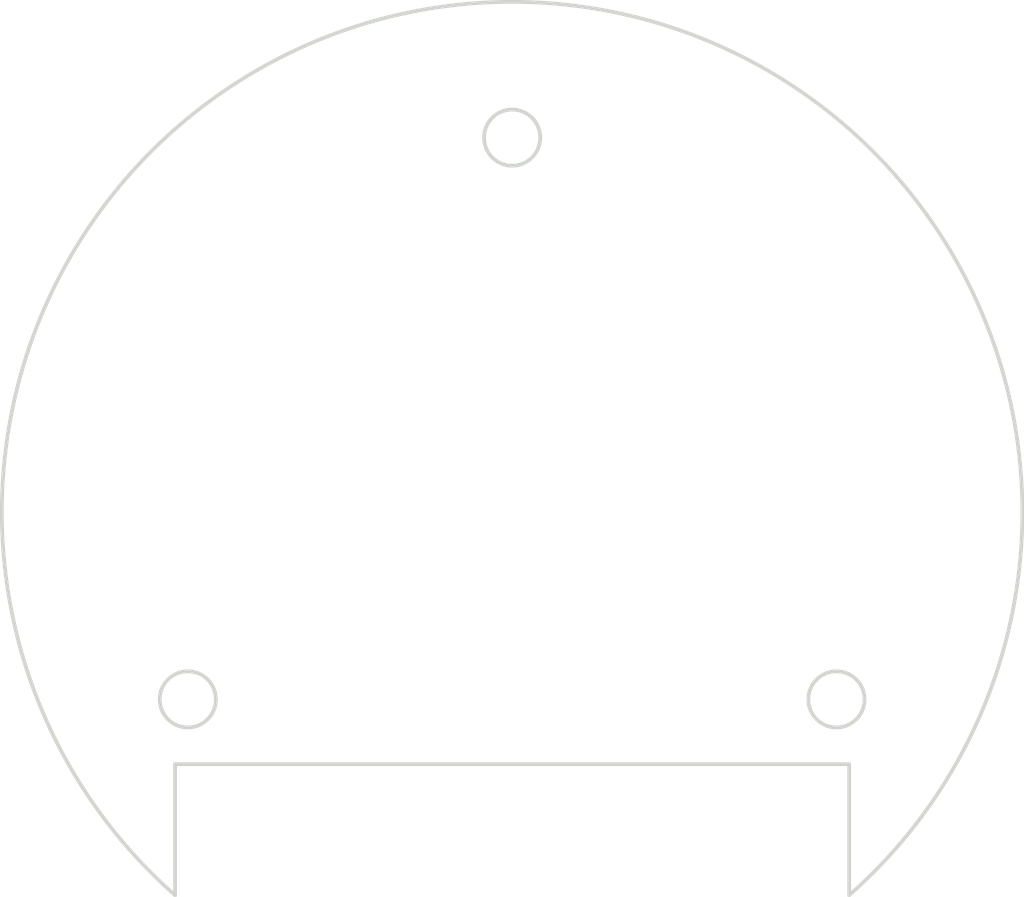
<source format=kicad_pcb>
(kicad_pcb
	(version 20241229)
	(generator "pcbnew")
	(generator_version "9.0")
	(general
		(thickness 1.6)
		(legacy_teardrops no)
	)
	(paper "A4")
	(layers
		(0 "F.Cu" signal)
		(2 "B.Cu" power)
		(9 "F.Adhes" user "F.Adhesive")
		(11 "B.Adhes" user "B.Adhesive")
		(13 "F.Paste" user)
		(15 "B.Paste" user)
		(5 "F.SilkS" user "F.Silkscreen")
		(7 "B.SilkS" user "B.Silkscreen")
		(1 "F.Mask" user)
		(3 "B.Mask" user)
		(17 "Dwgs.User" user "User.Drawings")
		(19 "Cmts.User" user "User.Comments")
		(21 "Eco1.User" user "User.Eco1")
		(23 "Eco2.User" user "User.Eco2")
		(25 "Edge.Cuts" user)
		(27 "Margin" user)
		(31 "F.CrtYd" user "F.Courtyard")
		(29 "B.CrtYd" user "B.Courtyard")
		(35 "F.Fab" user)
		(33 "B.Fab" user)
		(39 "User.1" user)
		(41 "User.2" user)
		(43 "User.3" user)
		(45 "User.4" user)
	)
	(setup
		(pad_to_mask_clearance 0)
		(allow_soldermask_bridges_in_footprints no)
		(tenting front back)
		(pcbplotparams
			(layerselection 0x00000000_00000000_55555555_5755f5ff)
			(plot_on_all_layers_selection 0x00000000_00000000_00000000_00000000)
			(disableapertmacros no)
			(usegerberextensions no)
			(usegerberattributes yes)
			(usegerberadvancedattributes yes)
			(creategerberjobfile yes)
			(dashed_line_dash_ratio 12.000000)
			(dashed_line_gap_ratio 3.000000)
			(svgprecision 4)
			(plotframeref no)
			(mode 1)
			(useauxorigin yes)
			(hpglpennumber 1)
			(hpglpenspeed 20)
			(hpglpendiameter 15.000000)
			(pdf_front_fp_property_popups yes)
			(pdf_back_fp_property_popups yes)
			(pdf_metadata yes)
			(pdf_single_document no)
			(dxfpolygonmode yes)
			(dxfimperialunits yes)
			(dxfusepcbnewfont yes)
			(psnegative no)
			(psa4output no)
			(plot_black_and_white yes)
			(sketchpadsonfab no)
			(plotpadnumbers no)
			(hidednponfab no)
			(sketchdnponfab yes)
			(crossoutdnponfab yes)
			(subtractmaskfromsilk no)
			(outputformat 1)
			(mirror no)
			(drillshape 0)
			(scaleselection 1)
			(outputdirectory "C:/Dev/Local APSS/Gerbers/")
		)
	)
	(net 0 "")
	(gr_circle
		(center 181.679492 85.0412)
		(end 183.179492 85.0412)
		(stroke
			(width 0.2)
			(type default)
		)
		(fill no)
		(layer "Edge.Cuts")
		(uuid "0449fd11-6b72-442b-9ec3-ea8c877757a8")
	)
	(gr_circle
		(center 199 55.0412)
		(end 200.5 55.0412)
		(stroke
			(width 0.2)
			(type default)
		)
		(fill no)
		(layer "Edge.Cuts")
		(uuid "2625b9d0-6bd5-4abe-bc56-7f326c2ffc34")
	)
	(gr_line
		(start 217 95.499999)
		(end 217 88.5)
		(stroke
			(width 0.2)
			(type default)
		)
		(layer "Edge.Cuts")
		(uuid "3d813b82-05a3-4555-aa26-c364cb3830e6")
	)
	(gr_line
		(start 217 88.5)
		(end 181 88.5)
		(stroke
			(width 0.2)
			(type default)
		)
		(layer "Edge.Cuts")
		(uuid "6ecc409a-32eb-4688-a7b8-31732c87964a")
	)
	(gr_arc
		(start 181 95.499997)
		(mid 199.000002 47.7912)
		(end 217 95.499999)
		(stroke
			(width 0.2)
			(type default)
		)
		(layer "Edge.Cuts")
		(uuid "b033e1f0-17f1-4e6e-ab52-7cf5fdcdb708")
	)
	(gr_line
		(start 181 88.5)
		(end 181 95.499997)
		(stroke
			(width 0.2)
			(type default)
		)
		(layer "Edge.Cuts")
		(uuid "b83c0022-6c72-4813-85fd-0fd32add1851")
	)
	(gr_circle
		(center 216.320508 85.0412)
		(end 217.820508 85.0412)
		(stroke
			(width 0.2)
			(type default)
		)
		(fill no)
		(layer "Edge.Cuts")
		(uuid "d9ad2b0e-24a3-4413-ae26-eb9c9bbb7dee")
	)
	(group ""
		(uuid "48f8f9e5-9337-4ef6-9a59-bd0680c8278e")
		(members "0449fd11-6b72-442b-9ec3-ea8c877757a8" "2625b9d0-6bd5-4abe-bc56-7f326c2ffc34"
			"3d813b82-05a3-4555-aa26-c364cb3830e6" "6ecc409a-32eb-4688-a7b8-31732c87964a"
			"b033e1f0-17f1-4e6e-ab52-7cf5fdcdb708" "b83c0022-6c72-4813-85fd-0fd32add1851"
			"d9ad2b0e-24a3-4413-ae26-eb9c9bbb7dee"
		)
	)
	(embedded_fonts no)
)

</source>
